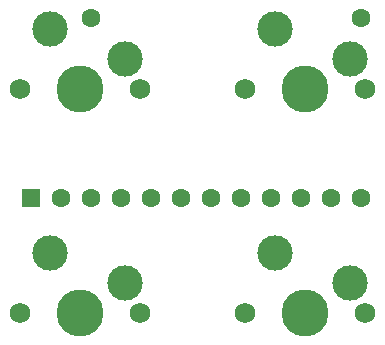
<source format=gbr>
G04 #@! TF.GenerationSoftware,KiCad,Pcbnew,(5.1.5)-3*
G04 #@! TF.CreationDate,2021-06-22T16:47:51-05:00*
G04 #@! TF.ProjectId,BigSwitch,42696753-7769-4746-9368-2e6b69636164,rev?*
G04 #@! TF.SameCoordinates,Original*
G04 #@! TF.FileFunction,Soldermask,Bot*
G04 #@! TF.FilePolarity,Negative*
%FSLAX46Y46*%
G04 Gerber Fmt 4.6, Leading zero omitted, Abs format (unit mm)*
G04 Created by KiCad (PCBNEW (5.1.5)-3) date 2021-06-22 16:47:51*
%MOMM*%
%LPD*%
G04 APERTURE LIST*
%ADD10C,1.600000*%
%ADD11R,1.600000X1.600000*%
%ADD12C,1.750000*%
%ADD13C,3.000000*%
%ADD14C,3.987800*%
G04 APERTURE END LIST*
D10*
X202438000Y-93472000D03*
X225298000Y-93472000D03*
X225298000Y-108712000D03*
X222758000Y-108712000D03*
X220218000Y-108712000D03*
X217678000Y-108712000D03*
X215138000Y-108712000D03*
X212598000Y-108712000D03*
X210058000Y-108712000D03*
X207518000Y-108712000D03*
X204978000Y-108712000D03*
X202438000Y-108712000D03*
X199898000Y-108712000D03*
D11*
X197358000Y-108712000D03*
D12*
X215519000Y-118491000D03*
X225679000Y-118491000D03*
D13*
X224409000Y-115951000D03*
D14*
X220599000Y-118491000D03*
D13*
X218059000Y-113411000D03*
D12*
X196396000Y-118491000D03*
X206556000Y-118491000D03*
D13*
X205286000Y-115951000D03*
D14*
X201476000Y-118491000D03*
D13*
X198936000Y-113411000D03*
D12*
X215519000Y-99501001D03*
X225679000Y-99501001D03*
D13*
X224409000Y-96961001D03*
D14*
X220599000Y-99501001D03*
D13*
X218059000Y-94421001D03*
D12*
X196396000Y-99501001D03*
X206556000Y-99501001D03*
D13*
X205286000Y-96961001D03*
D14*
X201476000Y-99501001D03*
D13*
X198936000Y-94421001D03*
M02*

</source>
